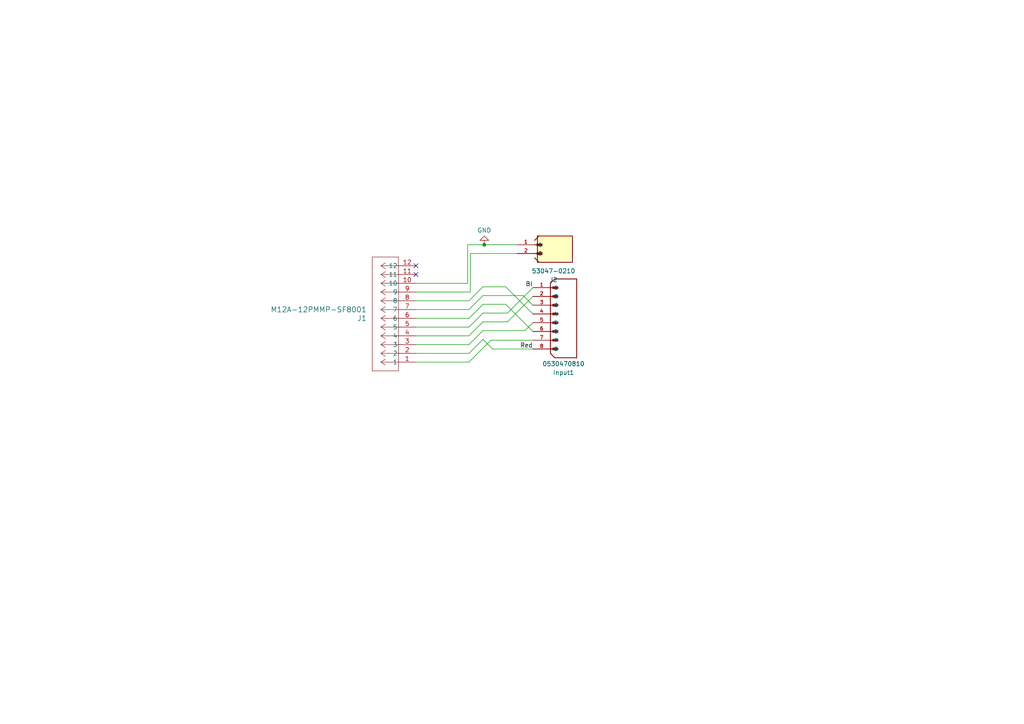
<source format=kicad_sch>
(kicad_sch (version 20230121) (generator eeschema)
  (paper "A4")
  (lib_symbols
    (symbol "Pico2Pin:53047-0210" (pin_names (offset 1.016))
      (property "Reference" "J2" (at 0.3969 -7.62 0))
      (property "Value" "53047-0210" (at 0.3969 -5.08 0))
      (symbol "53047-0210_0_0"
        (rectangle (start -4.445 -0.3175) (end -2.8575 0.3175) (stroke (width 0.1)) (fill (type outline)))
        (rectangle (start -4.445 2.2225) (end -2.8575 2.8575) (stroke (width 0.1)) (fill (type outline)))
        (rectangle (start -4.2863 -2.54) (end 5.8738 5.08) (stroke (width 0.254)) (fill (type background)))
        (polyline (pts (xy -5.08 -1.27) (xy -3.81 -2.54)) (stroke (width 0.254)))
        (polyline (pts (xy -5.08 0) (xy -3.175 0)) (stroke (width 0.254)))
        (polyline (pts (xy -5.08 2.54) (xy -3.175 2.54)) (stroke (width 0.254)))
        (polyline (pts (xy -5.08 3.81) (xy -3.81 5.08)) (stroke (width 0.254)))
      )
      (symbol "53047-0210_1_0"
        (pin passive line (at -10.16 2.54 0) (length 5.08) (name "1") (number "1"))
        (pin passive line (at -10.16 0 0) (length 5.08) (name "2") (number "2"))
      )
    )
    (symbol "Pico8Pin:0530470810" (pin_names (offset 1.016))
      (property "Reference" "J" (at 0 11.43 0))
      (property "Value" "0530470810" (at 0 -15.24 0))
      (symbol "0530470810_0_0"
        (polyline (pts (xy 0 -11.43) (xy 1.27 -12.7)) (stroke (width 0.254)))
        (polyline (pts (xy 0 -10.16) (xy 1.905 -10.16)) (stroke (width 0.254)))
        (polyline (pts (xy 0 -7.62) (xy 1.905 -7.62)) (stroke (width 0.254)))
        (polyline (pts (xy 0 -5.08) (xy 1.905 -5.08)) (stroke (width 0.254)))
        (polyline (pts (xy 0 -2.54) (xy 1.905 -2.54)) (stroke (width 0.254)))
        (polyline (pts (xy 0 0) (xy 1.905 0)) (stroke (width 0.254)))
        (polyline (pts (xy 0 2.54) (xy 1.905 2.54)) (stroke (width 0.254)))
        (polyline (pts (xy 0 5.08) (xy 1.905 5.08)) (stroke (width 0.254)))
        (polyline (pts (xy 0 7.62) (xy 0 -11.43)) (stroke (width 0.254)))
        (polyline (pts (xy 0 7.62) (xy 1.905 7.62)) (stroke (width 0.254)))
        (polyline (pts (xy 0 8.89) (xy 0 7.62)) (stroke (width 0.254)))
        (polyline (pts (xy 0 8.89) (xy 1.27 10.16)) (stroke (width 0.254)))
        (polyline (pts (xy 1.27 -12.7) (xy 7.62 -12.7)) (stroke (width 0.254)))
        (polyline (pts (xy 7.62 -12.7) (xy 7.62 10.16)) (stroke (width 0.254)))
        (polyline (pts (xy 7.62 10.16) (xy 1.27 10.16)) (stroke (width 0.254)))
        (rectangle (start 0.635 -10.4775) (end 2.2225 -9.8425) (stroke (width 0.1)) (fill (type outline)))
        (rectangle (start 0.635 -7.9375) (end 2.2225 -7.3025) (stroke (width 0.1)) (fill (type outline)))
        (rectangle (start 0.635 -5.3975) (end 2.2225 -4.7625) (stroke (width 0.1)) (fill (type outline)))
        (rectangle (start 0.635 -2.8575) (end 2.2225 -2.2225) (stroke (width 0.1)) (fill (type outline)))
        (rectangle (start 0.635 -0.3175) (end 2.2225 0.3175) (stroke (width 0.1)) (fill (type outline)))
        (rectangle (start 0.635 2.2225) (end 2.2225 2.8575) (stroke (width 0.1)) (fill (type outline)))
        (rectangle (start 0.635 4.7625) (end 2.2225 5.3975) (stroke (width 0.1)) (fill (type outline)))
        (rectangle (start 0.635 7.3025) (end 2.2225 7.9375) (stroke (width 0.1)) (fill (type outline)))
        (pin passive line (at -5.08 7.62 0) (length 5.08) (name "1") (number "1"))
        (pin passive line (at -5.08 5.08 0) (length 5.08) (name "2") (number "2"))
        (pin passive line (at -5.08 2.54 0) (length 5.08) (name "3") (number "3"))
        (pin passive line (at -5.08 0 0) (length 5.08) (name "4") (number "4"))
        (pin passive line (at -5.08 -2.54 0) (length 5.08) (name "5") (number "5"))
        (pin passive line (at -5.08 -5.08 0) (length 5.08) (name "6") (number "6"))
        (pin passive line (at -5.08 -7.62 0) (length 5.08) (name "7") (number "7"))
        (pin passive line (at -5.08 -10.16 0) (length 5.08) (name "8") (number "8"))
      )
    )
    (symbol "m12:M12A-12PMMP-SF8001" (pin_names (offset 0.254))
      (property "Reference" "J" (at 8.89 6.35 0))
      (property "Value" "M12A-12PMMP-SF8001" (at 0 0 0))
      (symbol "M12A-12PMMP-SF8001_1_1"
        (polyline (pts (xy 5.08 -30.48) (xy 12.7 -30.48)) (stroke (width 0.127)))
        (polyline (pts (xy 5.08 2.54) (xy 5.08 -30.48)) (stroke (width 0.127)))
        (polyline (pts (xy 10.16 -27.94) (xy 5.08 -27.94)) (stroke (width 0.127)))
        (polyline (pts (xy 10.16 -27.94) (xy 8.89 -28.7867)) (stroke (width 0.127)))
        (polyline (pts (xy 10.16 -27.94) (xy 8.89 -27.0933)) (stroke (width 0.127)))
        (polyline (pts (xy 10.16 -25.4) (xy 5.08 -25.4)) (stroke (width 0.127)))
        (polyline (pts (xy 10.16 -25.4) (xy 8.89 -26.2467)) (stroke (width 0.127)))
        (polyline (pts (xy 10.16 -25.4) (xy 8.89 -24.5533)) (stroke (width 0.127)))
        (polyline (pts (xy 10.16 -22.86) (xy 5.08 -22.86)) (stroke (width 0.127)))
        (polyline (pts (xy 10.16 -22.86) (xy 8.89 -23.7067)) (stroke (width 0.127)))
        (polyline (pts (xy 10.16 -22.86) (xy 8.89 -22.0133)) (stroke (width 0.127)))
        (polyline (pts (xy 10.16 -20.32) (xy 5.08 -20.32)) (stroke (width 0.127)))
        (polyline (pts (xy 10.16 -20.32) (xy 8.89 -21.1667)) (stroke (width 0.127)))
        (polyline (pts (xy 10.16 -20.32) (xy 8.89 -19.4733)) (stroke (width 0.127)))
        (polyline (pts (xy 10.16 -17.78) (xy 5.08 -17.78)) (stroke (width 0.127)))
        (polyline (pts (xy 10.16 -17.78) (xy 8.89 -18.6267)) (stroke (width 0.127)))
        (polyline (pts (xy 10.16 -17.78) (xy 8.89 -16.9333)) (stroke (width 0.127)))
        (polyline (pts (xy 10.16 -15.24) (xy 5.08 -15.24)) (stroke (width 0.127)))
        (polyline (pts (xy 10.16 -15.24) (xy 8.89 -16.0867)) (stroke (width 0.127)))
        (polyline (pts (xy 10.16 -15.24) (xy 8.89 -14.3933)) (stroke (width 0.127)))
        (polyline (pts (xy 10.16 -12.7) (xy 5.08 -12.7)) (stroke (width 0.127)))
        (polyline (pts (xy 10.16 -12.7) (xy 8.89 -13.5467)) (stroke (width 0.127)))
        (polyline (pts (xy 10.16 -12.7) (xy 8.89 -11.8533)) (stroke (width 0.127)))
        (polyline (pts (xy 10.16 -10.16) (xy 5.08 -10.16)) (stroke (width 0.127)))
        (polyline (pts (xy 10.16 -10.16) (xy 8.89 -11.0067)) (stroke (width 0.127)))
        (polyline (pts (xy 10.16 -10.16) (xy 8.89 -9.3133)) (stroke (width 0.127)))
        (polyline (pts (xy 10.16 -7.62) (xy 5.08 -7.62)) (stroke (width 0.127)))
        (polyline (pts (xy 10.16 -7.62) (xy 8.89 -8.4667)) (stroke (width 0.127)))
        (polyline (pts (xy 10.16 -7.62) (xy 8.89 -6.7733)) (stroke (width 0.127)))
        (polyline (pts (xy 10.16 -5.08) (xy 5.08 -5.08)) (stroke (width 0.127)))
        (polyline (pts (xy 10.16 -5.08) (xy 8.89 -5.9267)) (stroke (width 0.127)))
        (polyline (pts (xy 10.16 -5.08) (xy 8.89 -4.2333)) (stroke (width 0.127)))
        (polyline (pts (xy 10.16 -2.54) (xy 5.08 -2.54)) (stroke (width 0.127)))
        (polyline (pts (xy 10.16 -2.54) (xy 8.89 -3.3867)) (stroke (width 0.127)))
        (polyline (pts (xy 10.16 -2.54) (xy 8.89 -1.6933)) (stroke (width 0.127)))
        (polyline (pts (xy 10.16 0) (xy 5.08 0)) (stroke (width 0.127)))
        (polyline (pts (xy 10.16 0) (xy 8.89 -0.8467)) (stroke (width 0.127)))
        (polyline (pts (xy 10.16 0) (xy 8.89 0.8467)) (stroke (width 0.127)))
        (polyline (pts (xy 12.7 -30.48) (xy 12.7 2.54)) (stroke (width 0.127)))
        (polyline (pts (xy 12.7 2.54) (xy 5.08 2.54)) (stroke (width 0.127)))
        (pin unspecified line (at 0 0 0) (length 5.08) (name "1") (number "1"))
        (pin unspecified line (at 0 -22.86 0) (length 5.08) (name "10") (number "10"))
        (pin unspecified line (at 0 -25.4 0) (length 5.08) (name "11") (number "11"))
        (pin unspecified line (at 0 -27.94 0) (length 5.08) (name "12") (number "12"))
        (pin unspecified line (at 0 -2.54 0) (length 5.08) (name "2") (number "2"))
        (pin unspecified line (at 0 -5.08 0) (length 5.08) (name "3") (number "3"))
        (pin unspecified line (at 0 -7.62 0) (length 5.08) (name "4") (number "4"))
        (pin unspecified line (at 0 -10.16 0) (length 5.08) (name "5") (number "5"))
        (pin unspecified line (at 0 -12.7 0) (length 5.08) (name "6") (number "6"))
        (pin unspecified line (at 0 -15.24 0) (length 5.08) (name "7") (number "7"))
        (pin unspecified line (at 0 -17.78 0) (length 5.08) (name "8") (number "8"))
        (pin unspecified line (at 0 -20.32 0) (length 5.08) (name "9") (number "9"))
      )
      (symbol "M12A-12PMMP-SF8001_1_2"
        (polyline (pts (xy 5.08 -30.48) (xy 12.7 -30.48)) (stroke (width 0.127)))
        (polyline (pts (xy 5.08 2.54) (xy 5.08 -30.48)) (stroke (width 0.127)))
        (polyline (pts (xy 7.62 -27.94) (xy 5.08 -27.94)) (stroke (width 0.127)))
        (polyline (pts (xy 7.62 -27.94) (xy 8.89 -28.7867)) (stroke (width 0.127)))
        (polyline (pts (xy 7.62 -27.94) (xy 8.89 -27.0933)) (stroke (width 0.127)))
        (polyline (pts (xy 7.62 -25.4) (xy 5.08 -25.4)) (stroke (width 0.127)))
        (polyline (pts (xy 7.62 -25.4) (xy 8.89 -26.2467)) (stroke (width 0.127)))
        (polyline (pts (xy 7.62 -25.4) (xy 8.89 -24.5533)) (stroke (width 0.127)))
        (polyline (pts (xy 7.62 -22.86) (xy 5.08 -22.86)) (stroke (width 0.127)))
        (polyline (pts (xy 7.62 -22.86) (xy 8.89 -23.7067)) (stroke (width 0.127)))
        (polyline (pts (xy 7.62 -22.86) (xy 8.89 -22.0133)) (stroke (width 0.127)))
        (polyline (pts (xy 7.62 -20.32) (xy 5.08 -20.32)) (stroke (width 0.127)))
        (polyline (pts (xy 7.62 -20.32) (xy 8.89 -21.1667)) (stroke (width 0.127)))
        (polyline (pts (xy 7.62 -20.32) (xy 8.89 -19.4733)) (stroke (width 0.127)))
        (polyline (pts (xy 7.62 -17.78) (xy 5.08 -17.78)) (stroke (width 0.127)))
        (polyline (pts (xy 7.62 -17.78) (xy 8.89 -18.6267)) (stroke (width 0.127)))
        (polyline (pts (xy 7.62 -17.78) (xy 8.89 -16.9333)) (stroke (width 0.127)))
        (polyline (pts (xy 7.62 -15.24) (xy 5.08 -15.24)) (stroke (width 0.127)))
        (polyline (pts (xy 7.62 -15.24) (xy 8.89 -16.0867)) (stroke (width 0.127)))
        (polyline (pts (xy 7.62 -15.24) (xy 8.89 -14.3933)) (stroke (width 0.127)))
        (polyline (pts (xy 7.62 -12.7) (xy 5.08 -12.7)) (stroke (width 0.127)))
        (polyline (pts (xy 7.62 -12.7) (xy 8.89 -13.5467)) (stroke (width 0.127)))
        (polyline (pts (xy 7.62 -12.7) (xy 8.89 -11.8533)) (stroke (width 0.127)))
        (polyline (pts (xy 7.62 -10.16) (xy 5.08 -10.16)) (stroke (width 0.127)))
        (polyline (pts (xy 7.62 -10.16) (xy 8.89 -11.0067)) (stroke (width 0.127)))
        (polyline (pts (xy 7.62 -10.16) (xy 8.89 -9.3133)) (stroke (width 0.127)))
        (polyline (pts (xy 7.62 -7.62) (xy 5.08 -7.62)) (stroke (width 0.127)))
        (polyline (pts (xy 7.62 -7.62) (xy 8.89 -8.4667)) (stroke (width 0.127)))
        (polyline (pts (xy 7.62 -7.62) (xy 8.89 -6.7733)) (stroke (width 0.127)))
        (polyline (pts (xy 7.62 -5.08) (xy 5.08 -5.08)) (stroke (width 0.127)))
        (polyline (pts (xy 7.62 -5.08) (xy 8.89 -5.9267)) (stroke (width 0.127)))
        (polyline (pts (xy 7.62 -5.08) (xy 8.89 -4.2333)) (stroke (width 0.127)))
        (polyline (pts (xy 7.62 -2.54) (xy 5.08 -2.54)) (stroke (width 0.127)))
        (polyline (pts (xy 7.62 -2.54) (xy 8.89 -3.3867)) (stroke (width 0.127)))
        (polyline (pts (xy 7.62 -2.54) (xy 8.89 -1.6933)) (stroke (width 0.127)))
        (polyline (pts (xy 7.62 0) (xy 5.08 0)) (stroke (width 0.127)))
        (polyline (pts (xy 7.62 0) (xy 8.89 -0.8467)) (stroke (width 0.127)))
        (polyline (pts (xy 7.62 0) (xy 8.89 0.8467)) (stroke (width 0.127)))
        (polyline (pts (xy 12.7 -30.48) (xy 12.7 2.54)) (stroke (width 0.127)))
        (polyline (pts (xy 12.7 2.54) (xy 5.08 2.54)) (stroke (width 0.127)))
        (pin unspecified line (at 0 0 0) (length 5.08) (name "1") (number "1"))
        (pin unspecified line (at 0 -22.86 0) (length 5.08) (name "10") (number "10"))
        (pin unspecified line (at 0 -25.4 0) (length 5.08) (name "11") (number "11"))
        (pin unspecified line (at 0 -27.94 0) (length 5.08) (name "12") (number "12"))
        (pin unspecified line (at 0 -2.54 0) (length 5.08) (name "2") (number "2"))
        (pin unspecified line (at 0 -5.08 0) (length 5.08) (name "3") (number "3"))
        (pin unspecified line (at 0 -7.62 0) (length 5.08) (name "4") (number "4"))
        (pin unspecified line (at 0 -10.16 0) (length 5.08) (name "5") (number "5"))
        (pin unspecified line (at 0 -12.7 0) (length 5.08) (name "6") (number "6"))
        (pin unspecified line (at 0 -15.24 0) (length 5.08) (name "7") (number "7"))
        (pin unspecified line (at 0 -17.78 0) (length 5.08) (name "8") (number "8"))
        (pin unspecified line (at 0 -20.32 0) (length 5.08) (name "9") (number "9"))
      )
    )
    (symbol "power:GND" (power) (pin_names (offset 0))
      (property "Value" "GND" (at 0 -3.81 0))
      (symbol "GND_0_1"
        (polyline (pts (xy 0 0) (xy 0 -1.27) (xy 1.27 -1.27) (xy 0 -2.54) (xy -1.27 -1.27) (xy 0 -1.27)))
      )
      (symbol "GND_1_1"
        (pin power_in line (at 0 0 270) (length 0) hide (name "GND") (number "1"))
      )
    )
  )
  (junction (at 140.462 70.993))
  (no_connect (at 120.65 77.089))
  (no_connect (at 120.65 79.629))
  (wire (pts (xy 136.017 87.249) (xy 120.65 87.249)))
  (wire (pts (xy 140.081 85.725) (xy 136.017 89.789)))
  (wire (pts (xy 142.875 101.219) (xy 154.559 101.219)))
  (wire (pts (xy 140.081 83.185) (xy 136.017 87.249)))
  (wire (pts (xy 136.017 92.329) (xy 120.65 92.329)))
  (wire (pts (xy 120.65 84.709) (xy 136.398 84.709)))
  (wire (pts (xy 136.017 94.869) (xy 120.65 94.869)))
  (wire (pts (xy 154.559 85.979) (xy 147.193 93.345)))
  (wire (pts (xy 135.636 82.169) (xy 135.636 70.993)))
  (wire (pts (xy 154.559 88.519) (xy 151.765 85.725)))
  (wire (pts (xy 136.017 89.789) (xy 120.65 89.789)))
  (wire (pts (xy 140.081 98.425) (xy 136.017 102.489)))
  (wire (pts (xy 142.367 98.679) (xy 136.017 105.029)))
  (wire (pts (xy 154.559 91.059) (xy 146.685 83.185)))
  (wire (pts (xy 136.017 105.029) (xy 120.65 105.029)))
  (wire (pts (xy 136.398 73.533) (xy 149.987 73.533)))
  (wire (pts (xy 140.081 98.425) (xy 142.875 101.219)))
  (wire (pts (xy 154.559 93.599) (xy 152.273 95.885)))
  (wire (pts (xy 154.559 83.439) (xy 147.193 90.805)))
  (wire (pts (xy 140.081 95.885) (xy 136.017 99.949)))
  (wire (pts (xy 151.765 85.725) (xy 140.081 85.725)))
  (wire (pts (xy 120.65 82.169) (xy 135.636 82.169)))
  (wire (pts (xy 140.462 70.993) (xy 149.987 70.993)))
  (wire (pts (xy 147.193 93.345) (xy 140.081 93.345)))
  (wire (pts (xy 154.559 96.139) (xy 146.685 88.265)))
  (wire (pts (xy 136.398 84.709) (xy 136.398 73.533)))
  (wire (pts (xy 140.081 93.345) (xy 136.017 97.409)))
  (wire (pts (xy 136.017 97.409) (xy 120.65 97.409)))
  (wire (pts (xy 140.081 88.265) (xy 136.017 92.329)))
  (wire (pts (xy 142.367 98.679) (xy 154.559 98.679)))
  (wire (pts (xy 140.081 90.805) (xy 136.017 94.869)))
  (wire (pts (xy 152.273 95.885) (xy 140.081 95.885)))
  (wire (pts (xy 136.017 102.489) (xy 120.65 102.489)))
  (wire (pts (xy 135.636 70.993) (xy 140.462 70.993)))
  (wire (pts (xy 147.193 90.805) (xy 140.081 90.805)))
  (wire (pts (xy 146.685 83.185) (xy 140.081 83.185)))
  (wire (pts (xy 146.685 88.265) (xy 140.081 88.265)))
  (wire (pts (xy 136.017 99.949) (xy 120.65 99.949)))
  (label "Red" (at 154.559 101.219 180))
  (label "Bl" (at 154.559 83.439 180))
  (symbol (lib_id "m12:M12A-12PMMP-SF8001") (at 120.65 105.029 180) (unit 1)
    (property "Reference" "J1" (at 106.426 92.329 0) (effects (font (size 1.524 1.524)) (justify left)))
    (property "Value" "M12A-12PMMP-SF8001" (at 106.426 89.789 0) (effects (font (size 1.524 1.524)) (justify left)))
    (property "Footprint" "peripheralio:CONN_M12A-12PMMP-SF8001_AMP" (effects hide))
    (property "Datasheet" "M12A-12PMMP-SF8001" (effects hide))
  )
  (symbol (lib_id "power:GND") (at 140.462 70.993 180) (unit 1)
    (property "Reference" "#PWR01" (effects hide))
    (property "Value" "GND" (at 140.462 66.802 0))
  )
  (symbol (lib_id "Pico2Pin:53047-0210") (at 160.147 73.533 0) (unit 1)
    (property "Reference" "J2" (at 160.5439 81.153 0))
    (property "Value" "53047-0210" (at 160.5439 78.613 0))
    (property "Footprint" "wireless_strain_gauge_v2:SMD_picoblade_hori_1x02" (effects hide))
    (property "MF" "Molex" (effects hide))
    (property "Description" "\nPicoblade Connector, 2 Circuit Single Row, Vertical Throughole PCB\n" (effects hide))
    (property "Package" "None" (effects hide))
    (property "Price" "None" (effects hide))
    (property "Check_prices" "https://www.snapeda.com/parts/0530470210/Molex/view-part/?ref=eda" (effects hide))
    (property "STANDARD" "Manufacturer Recommendations" (effects hide))
    (property "PARTREV" "04/19/2022" (effects hide))
    (property "SnapEDA_Link" "https://www.snapeda.com/parts/0530470210/Molex/view-part/?ref=snap" (effects hide))
    (property "MP" "0530470210" (effects hide))
    (property "Availability" "In Stock" (effects hide))
    (property "MANUFACTURER" "Molex" (effects hide))
  )
  (symbol (lib_id "Pico8Pin:0530470810") (at 159.639 91.059 0) (unit 1)
    (property "Reference" "Input1" (at 163.449 108.077 0))
    (property "Value" "0530470810" (at 163.449 105.537 0))
    (property "Footprint" "peripheralio:SMD_picoblade_hori_1x08" (effects hide))
    (property "MF" "Molex" (effects hide))
    (property "MAXIMUM_PACKAGE_HEIGHT" "4.2 mm" (effects hide))
    (property "Package" "None" (effects hide))
    (property "Price" "None" (effects hide))
    (property "Check_prices" "https://www.snapeda.com/parts/0530470810/Molex/view-part/?ref=eda" (effects hide))
    (property "STANDARD" "Manufacturer Recommendations" (effects hide))
    (property "PARTREV" "B" (effects hide))
    (property "SnapEDA_Link" "https://www.snapeda.com/parts/0530470810/Molex/view-part/?ref=snap" (effects hide))
    (property "MP" "0530470810" (effects hide))
    (property "Description" "\nPicoblade Connector, 8 Circuit Single Row, Vertical Throughole PCB\n" (effects hide))
    (property "Availability" "In Stock" (effects hide))
    (property "MANUFACTURER" "Molex" (effects hide))
  )
)
</source>
